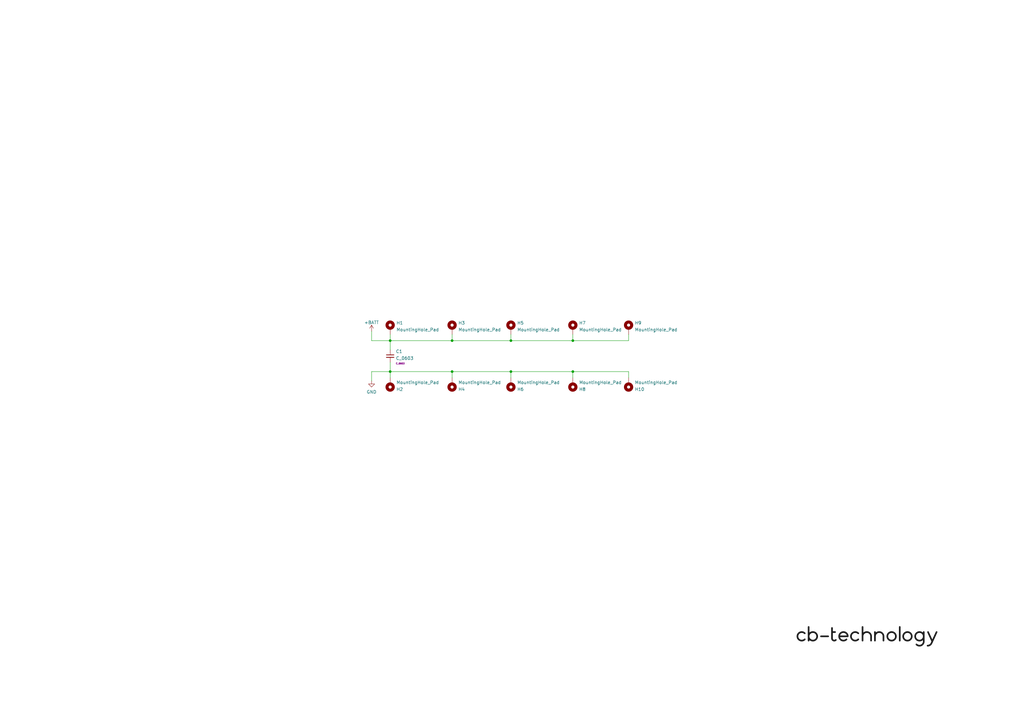
<source format=kicad_sch>
(kicad_sch (version 20211123) (generator eeschema)
  (paper "A3")
  (title_block (title "N20 FACEPLATE") (date "2022-01-01") (rev "0A") (company "CB-TECHNOLOGY"))
  (lib_symbols
    (symbol "C_Capacitor:C_0603" (pin_numbers hide) (pin_names (offset 1.016))
      (property "Reference" "C" (at 3.175 1.905 0))
      (property "Value" "C_0603" (at 5.715 0 0))
      (property "Size" "C_0603" (at 4.445 -1.905 0))
      (symbol "C_0603_1_1"
        (polyline (pts (xy -1.524 -0.508) (xy 1.524 -0.508)) (stroke (width 0.3302)))
        (polyline (pts (xy -1.524 0.508) (xy 1.524 0.508)) (stroke (width 0.3048)))
        (pin passive line (at 0 2.54 270) (length 2.032) (name "~") (number "1"))
        (pin passive line (at 0 -2.54 90) (length 2.032) (name "~") (number "2"))
      )
    )
    (symbol "Mechanical:MountingHole_Pad" (pin_numbers hide) (pin_names (offset 1.016) hide)
      (property "Reference" "H" (at 0 6.35 0))
      (property "Value" "MountingHole_Pad" (at 0 4.445 0))
      (symbol "MountingHole_Pad_0_1"
        (circle (center 0 1.27) (radius 1.27) (stroke (width 1.27)))
      )
      (symbol "MountingHole_Pad_1_1"
        (pin input line (at 0 -2.54 90) (length 2.54) (name "1") (number "1"))
      )
    )
    (symbol "power:+BATT" (power) (pin_names (offset 0))
      (property "Value" "+BATT" (at 0 3.556 0))
      (symbol "+BATT_0_1"
        (polyline (pts (xy -0.762 1.27) (xy 0 2.54)))
        (polyline (pts (xy 0 0) (xy 0 2.54)))
        (polyline (pts (xy 0 2.54) (xy 0.762 1.27)))
      )
      (symbol "+BATT_1_1"
        (pin power_in line (at 0 0 90) (length 0) hide (name "+BATT") (number "1"))
      )
    )
    (symbol "power:GND" (power) (pin_names (offset 0))
      (property "Value" "GND" (at 0 -3.81 0))
      (symbol "GND_0_1"
        (polyline (pts (xy 0 0) (xy 0 -1.27) (xy 1.27 -1.27) (xy 0 -2.54) (xy -1.27 -1.27) (xy 0 -1.27)))
      )
      (symbol "GND_1_1"
        (pin power_in line (at 0 0 270) (length 0) hide (name "GND") (number "1"))
      )
    )
  )
  (junction (at 160.02 152.4))
  (junction (at 185.42 139.7))
  (junction (at 209.55 139.7))
  (junction (at 160.02 139.7))
  (junction (at 234.95 152.4))
  (junction (at 234.95 139.7))
  (junction (at 185.42 152.4))
  (junction (at 209.55 152.4))
  (wire (pts (xy 185.42 139.7) (xy 209.55 139.7)))
  (wire (pts (xy 152.4 135.89) (xy 152.4 139.7)))
  (wire (pts (xy 160.02 152.4) (xy 160.02 154.94)))
  (wire (pts (xy 160.02 152.4) (xy 185.42 152.4)))
  (wire (pts (xy 209.55 152.4) (xy 209.55 154.94)))
  (wire (pts (xy 160.02 139.7) (xy 185.42 139.7)))
  (wire (pts (xy 209.55 152.4) (xy 234.95 152.4)))
  (wire (pts (xy 234.95 139.7) (xy 257.81 139.7)))
  (wire (pts (xy 185.42 152.4) (xy 185.42 154.94)))
  (wire (pts (xy 152.4 152.4) (xy 152.4 156.21)))
  (wire (pts (xy 152.4 139.7) (xy 160.02 139.7)))
  (wire (pts (xy 160.02 148.59) (xy 160.02 152.4)))
  (wire (pts (xy 209.55 137.16) (xy 209.55 139.7)))
  (wire (pts (xy 209.55 139.7) (xy 234.95 139.7)))
  (wire (pts (xy 257.81 152.4) (xy 257.81 154.94)))
  (wire (pts (xy 257.81 137.16) (xy 257.81 139.7)))
  (wire (pts (xy 234.95 137.16) (xy 234.95 139.7)))
  (wire (pts (xy 185.42 152.4) (xy 209.55 152.4)))
  (wire (pts (xy 160.02 137.16) (xy 160.02 139.7)))
  (wire (pts (xy 234.95 152.4) (xy 234.95 154.94)))
  (wire (pts (xy 185.42 137.16) (xy 185.42 139.7)))
  (wire (pts (xy 152.4 152.4) (xy 160.02 152.4)))
  (wire (pts (xy 234.95 152.4) (xy 257.81 152.4)))
  (wire (pts (xy 160.02 139.7) (xy 160.02 143.51)))
  (image (at 355.6 260.985) (scale 0.227268))
  (symbol (lib_id "Mechanical:MountingHole_Pad") (at 257.81 134.62 0) (unit 1)
    (property "Reference" "H9" (at 260.35 132.4415 0) (effects (justify left)))
    (property "Value" "MountingHole_Pad" (at 260.35 135.2166 0) (effects (justify left)))
    (property "Footprint" "MountingHole:MountingHole_3mm_Pad_TopBottom" (effects hide))
  )
  (symbol (lib_id "power:GND") (at 152.4 156.21 0) (unit 1)
    (property "Reference" "#PWR02" (effects hide))
    (property "Value" "GND" (at 152.4 160.7725 0))
  )
  (symbol (lib_id "Mechanical:MountingHole_Pad") (at 234.95 157.48 0) (mirror x) (unit 1)
    (property "Reference" "H8" (at 237.49 159.6585 0) (effects (justify left)))
    (property "Value" "MountingHole_Pad" (at 237.49 156.8834 0) (effects (justify left)))
    (property "Footprint" "MountingHole:MountingHole_3mm_Pad_TopBottom" (effects hide))
  )
  (symbol (lib_id "Mechanical:MountingHole_Pad") (at 185.42 157.48 0) (mirror x) (unit 1)
    (property "Reference" "H4" (at 187.96 159.6585 0) (effects (justify left)))
    (property "Value" "MountingHole_Pad" (at 187.96 156.8834 0) (effects (justify left)))
    (property "Footprint" "MountingHole:MountingHole_3mm_Pad_TopBottom" (effects hide))
  )
  (symbol (lib_id "C_Capacitor:C_0603") (at 160.02 146.05 0) (unit 1)
    (property "Reference" "C1" (at 162.3441 144.151 0) (effects (justify left)))
    (property "Value" "C_0603" (at 162.3441 146.9261 0) (effects (justify left)))
    (property "Footprint" "C_Capacitor:C_0603" (effects hide))
    (property "Size" "C_0603" (at 162.3441 149.071 0) (effects (font (size 0.635 0.635)) (justify left)))
  )
  (symbol (lib_id "power:+BATT") (at 152.4 135.89 0) (unit 1)
    (property "Reference" "#PWR01" (effects hide))
    (property "Value" "+BATT" (at 152.4 132.2855 0))
  )
  (symbol (lib_id "Mechanical:MountingHole_Pad") (at 160.02 134.62 0) (unit 1)
    (property "Reference" "H1" (at 162.56 132.4415 0) (effects (justify left)))
    (property "Value" "MountingHole_Pad" (at 162.56 135.2166 0) (effects (justify left)))
    (property "Footprint" "MountingHole:MountingHole_6mm_Pad_TopBottom" (effects hide))
  )
  (symbol (lib_id "Mechanical:MountingHole_Pad") (at 234.95 134.62 0) (unit 1)
    (property "Reference" "H7" (at 237.49 132.4415 0) (effects (justify left)))
    (property "Value" "MountingHole_Pad" (at 237.49 135.2166 0) (effects (justify left)))
    (property "Footprint" "MountingHole:MountingHole_3mm_Pad_TopBottom" (effects hide))
  )
  (symbol (lib_id "Mechanical:MountingHole_Pad") (at 160.02 157.48 0) (mirror x) (unit 1)
    (property "Reference" "H2" (at 162.56 159.6585 0) (effects (justify left)))
    (property "Value" "MountingHole_Pad" (at 162.56 156.8834 0) (effects (justify left)))
    (property "Footprint" "MountingHole:MountingHole_6mm_Pad_TopBottom" (effects hide))
  )
  (symbol (lib_id "Mechanical:MountingHole_Pad") (at 257.81 157.48 0) (mirror x) (unit 1)
    (property "Reference" "H10" (at 260.35 159.6585 0) (effects (justify left)))
    (property "Value" "MountingHole_Pad" (at 260.35 156.8834 0) (effects (justify left)))
    (property "Footprint" "MountingHole:MountingHole_3mm_Pad_TopBottom" (effects hide))
  )
  (symbol (lib_id "Mechanical:MountingHole_Pad") (at 209.55 157.48 0) (mirror x) (unit 1)
    (property "Reference" "H6" (at 212.09 159.6585 0) (effects (justify left)))
    (property "Value" "MountingHole_Pad" (at 212.09 156.8834 0) (effects (justify left)))
    (property "Footprint" "MountingHole:MountingHole_3mm_Pad_TopBottom" (effects hide))
  )
  (symbol (lib_id "Mechanical:MountingHole_Pad") (at 209.55 134.62 0) (unit 1)
    (property "Reference" "H5" (at 212.09 132.4415 0) (effects (justify left)))
    (property "Value" "MountingHole_Pad" (at 212.09 135.2166 0) (effects (justify left)))
    (property "Footprint" "MountingHole:MountingHole_3mm_Pad_TopBottom" (effects hide))
  )
  (symbol (lib_id "Mechanical:MountingHole_Pad") (at 185.42 134.62 0) (unit 1)
    (property "Reference" "H3" (at 187.96 132.4415 0) (effects (justify left)))
    (property "Value" "MountingHole_Pad" (at 187.96 135.2166 0) (effects (justify left)))
    (property "Footprint" "MountingHole:MountingHole_3mm_Pad_TopBottom" (effects hide))
  )
)
</source>
